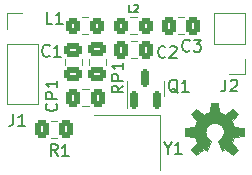
<source format=gbr>
%TF.GenerationSoftware,KiCad,Pcbnew,(6.0.4)*%
%TF.CreationDate,2022-07-15T22:25:20+03:00*%
%TF.ProjectId,Basic-150-MHz-Telemetry-Transmitter-SMD,42617369-632d-4313-9530-2d4d487a2d54,rev?*%
%TF.SameCoordinates,Original*%
%TF.FileFunction,Legend,Top*%
%TF.FilePolarity,Positive*%
%FSLAX46Y46*%
G04 Gerber Fmt 4.6, Leading zero omitted, Abs format (unit mm)*
G04 Created by KiCad (PCBNEW (6.0.4)) date 2022-07-15 22:25:20*
%MOMM*%
%LPD*%
G01*
G04 APERTURE LIST*
G04 Aperture macros list*
%AMRoundRect*
0 Rectangle with rounded corners*
0 $1 Rounding radius*
0 $2 $3 $4 $5 $6 $7 $8 $9 X,Y pos of 4 corners*
0 Add a 4 corners polygon primitive as box body*
4,1,4,$2,$3,$4,$5,$6,$7,$8,$9,$2,$3,0*
0 Add four circle primitives for the rounded corners*
1,1,$1+$1,$2,$3*
1,1,$1+$1,$4,$5*
1,1,$1+$1,$6,$7*
1,1,$1+$1,$8,$9*
0 Add four rect primitives between the rounded corners*
20,1,$1+$1,$2,$3,$4,$5,0*
20,1,$1+$1,$4,$5,$6,$7,0*
20,1,$1+$1,$6,$7,$8,$9,0*
20,1,$1+$1,$8,$9,$2,$3,0*%
G04 Aperture macros list end*
%ADD10C,0.150000*%
%ADD11C,0.010000*%
%ADD12C,0.120000*%
%ADD13R,2.100000X1.800000*%
%ADD14RoundRect,0.250000X-0.475000X0.337500X-0.475000X-0.337500X0.475000X-0.337500X0.475000X0.337500X0*%
%ADD15RoundRect,0.250000X-0.325000X-0.450000X0.325000X-0.450000X0.325000X0.450000X-0.325000X0.450000X0*%
%ADD16RoundRect,0.250000X-0.337500X-0.475000X0.337500X-0.475000X0.337500X0.475000X-0.337500X0.475000X0*%
%ADD17RoundRect,0.150000X0.150000X-0.587500X0.150000X0.587500X-0.150000X0.587500X-0.150000X-0.587500X0*%
%ADD18R,1.700000X1.700000*%
%ADD19O,1.700000X1.700000*%
%ADD20RoundRect,0.250000X0.337500X0.475000X-0.337500X0.475000X-0.337500X-0.475000X0.337500X-0.475000X0*%
%ADD21RoundRect,0.250000X0.475000X-0.337500X0.475000X0.337500X-0.475000X0.337500X-0.475000X-0.337500X0*%
G04 APERTURE END LIST*
D10*
%TO.C,*%
%TO.C,Y1*%
X54546659Y-52454890D02*
X54546659Y-52931080D01*
X54213326Y-51931080D02*
X54546659Y-52454890D01*
X54879992Y-51931080D01*
X55737135Y-52931080D02*
X55165707Y-52931080D01*
X55451421Y-52931080D02*
X55451421Y-51931080D01*
X55356183Y-52073938D01*
X55260945Y-52169176D01*
X55165707Y-52216795D01*
%TO.C,RP1*%
X50801630Y-47176366D02*
X50325440Y-47509700D01*
X50801630Y-47747795D02*
X49801630Y-47747795D01*
X49801630Y-47366842D01*
X49849250Y-47271604D01*
X49896869Y-47223985D01*
X49992107Y-47176366D01*
X50134964Y-47176366D01*
X50230202Y-47223985D01*
X50277821Y-47271604D01*
X50325440Y-47366842D01*
X50325440Y-47747795D01*
X50801630Y-46747795D02*
X49801630Y-46747795D01*
X49801630Y-46366842D01*
X49849250Y-46271604D01*
X49896869Y-46223985D01*
X49992107Y-46176366D01*
X50134964Y-46176366D01*
X50230202Y-46223985D01*
X50277821Y-46271604D01*
X50325440Y-46366842D01*
X50325440Y-46747795D01*
X50801630Y-45223985D02*
X50801630Y-45795414D01*
X50801630Y-45509700D02*
X49801630Y-45509700D01*
X49944488Y-45604938D01*
X50039726Y-45700176D01*
X50087345Y-45795414D01*
%TO.C,L1*%
X44791333Y-41930580D02*
X44315142Y-41930580D01*
X44315142Y-40930580D01*
X45648476Y-41930580D02*
X45077047Y-41930580D01*
X45362761Y-41930580D02*
X45362761Y-40930580D01*
X45267523Y-41073438D01*
X45172285Y-41168676D01*
X45077047Y-41216295D01*
%TO.C,C3*%
X56399133Y-44197542D02*
X56351514Y-44245161D01*
X56208657Y-44292780D01*
X56113419Y-44292780D01*
X55970561Y-44245161D01*
X55875323Y-44149923D01*
X55827704Y-44054685D01*
X55780085Y-43864209D01*
X55780085Y-43721352D01*
X55827704Y-43530876D01*
X55875323Y-43435638D01*
X55970561Y-43340400D01*
X56113419Y-43292780D01*
X56208657Y-43292780D01*
X56351514Y-43340400D01*
X56399133Y-43388019D01*
X56732466Y-43292780D02*
X57351514Y-43292780D01*
X57018180Y-43673733D01*
X57161038Y-43673733D01*
X57256276Y-43721352D01*
X57303895Y-43768971D01*
X57351514Y-43864209D01*
X57351514Y-44102304D01*
X57303895Y-44197542D01*
X57256276Y-44245161D01*
X57161038Y-44292780D01*
X56875323Y-44292780D01*
X56780085Y-44245161D01*
X56732466Y-44197542D01*
%TO.C,Q1*%
X55410211Y-47768519D02*
X55314973Y-47720900D01*
X55219735Y-47625661D01*
X55076878Y-47482804D01*
X54981640Y-47435185D01*
X54886402Y-47435185D01*
X54934021Y-47673280D02*
X54838783Y-47625661D01*
X54743545Y-47530423D01*
X54695926Y-47339947D01*
X54695926Y-47006614D01*
X54743545Y-46816138D01*
X54838783Y-46720900D01*
X54934021Y-46673280D01*
X55124497Y-46673280D01*
X55219735Y-46720900D01*
X55314973Y-46816138D01*
X55362592Y-47006614D01*
X55362592Y-47339947D01*
X55314973Y-47530423D01*
X55219735Y-47625661D01*
X55124497Y-47673280D01*
X54934021Y-47673280D01*
X56314973Y-47673280D02*
X55743545Y-47673280D01*
X56029259Y-47673280D02*
X56029259Y-46673280D01*
X55934021Y-46816138D01*
X55838783Y-46911376D01*
X55743545Y-46958995D01*
%TO.C,R1*%
X45223133Y-53131980D02*
X44889800Y-52655790D01*
X44651704Y-53131980D02*
X44651704Y-52131980D01*
X45032657Y-52131980D01*
X45127895Y-52179600D01*
X45175514Y-52227219D01*
X45223133Y-52322457D01*
X45223133Y-52465314D01*
X45175514Y-52560552D01*
X45127895Y-52608171D01*
X45032657Y-52655790D01*
X44651704Y-52655790D01*
X46175514Y-53131980D02*
X45604085Y-53131980D01*
X45889800Y-53131980D02*
X45889800Y-52131980D01*
X45794561Y-52274838D01*
X45699323Y-52370076D01*
X45604085Y-52417695D01*
%TO.C,J1*%
X41475066Y-49566580D02*
X41475066Y-50280866D01*
X41427447Y-50423723D01*
X41332209Y-50518961D01*
X41189352Y-50566580D01*
X41094114Y-50566580D01*
X42475066Y-50566580D02*
X41903638Y-50566580D01*
X42189352Y-50566580D02*
X42189352Y-49566580D01*
X42094114Y-49709438D01*
X41998876Y-49804676D01*
X41903638Y-49852295D01*
%TO.C,C2*%
X54348183Y-44733242D02*
X54300564Y-44780861D01*
X54157707Y-44828480D01*
X54062469Y-44828480D01*
X53919611Y-44780861D01*
X53824373Y-44685623D01*
X53776754Y-44590385D01*
X53729135Y-44399909D01*
X53729135Y-44257052D01*
X53776754Y-44066576D01*
X53824373Y-43971338D01*
X53919611Y-43876100D01*
X54062469Y-43828480D01*
X54157707Y-43828480D01*
X54300564Y-43876100D01*
X54348183Y-43923719D01*
X54729135Y-43923719D02*
X54776754Y-43876100D01*
X54871992Y-43828480D01*
X55110088Y-43828480D01*
X55205326Y-43876100D01*
X55252945Y-43923719D01*
X55300564Y-44018957D01*
X55300564Y-44114195D01*
X55252945Y-44257052D01*
X54681516Y-44828480D01*
X55300564Y-44828480D01*
%TO.C,CP1*%
X45118392Y-48700366D02*
X45166011Y-48747985D01*
X45213630Y-48890842D01*
X45213630Y-48986080D01*
X45166011Y-49128938D01*
X45070773Y-49224176D01*
X44975535Y-49271795D01*
X44785059Y-49319414D01*
X44642202Y-49319414D01*
X44451726Y-49271795D01*
X44356488Y-49224176D01*
X44261250Y-49128938D01*
X44213630Y-48986080D01*
X44213630Y-48890842D01*
X44261250Y-48747985D01*
X44308869Y-48700366D01*
X45213630Y-48271795D02*
X44213630Y-48271795D01*
X44213630Y-47890842D01*
X44261250Y-47795604D01*
X44308869Y-47747985D01*
X44404107Y-47700366D01*
X44546964Y-47700366D01*
X44642202Y-47747985D01*
X44689821Y-47795604D01*
X44737440Y-47890842D01*
X44737440Y-48271795D01*
X45213630Y-46747985D02*
X45213630Y-47319414D01*
X45213630Y-47033700D02*
X44213630Y-47033700D01*
X44356488Y-47128938D01*
X44451726Y-47224176D01*
X44499345Y-47319414D01*
%TO.C,J2*%
X59439316Y-46666480D02*
X59439316Y-47380766D01*
X59391697Y-47523623D01*
X59296459Y-47618861D01*
X59153602Y-47666480D01*
X59058364Y-47666480D01*
X59867888Y-46761719D02*
X59915507Y-46714100D01*
X60010745Y-46666480D01*
X60248840Y-46666480D01*
X60344078Y-46714100D01*
X60391697Y-46761719D01*
X60439316Y-46856957D01*
X60439316Y-46952195D01*
X60391697Y-47095052D01*
X59820269Y-47666480D01*
X60439316Y-47666480D01*
%TO.C,C1*%
X44543783Y-44631642D02*
X44496164Y-44679261D01*
X44353307Y-44726880D01*
X44258069Y-44726880D01*
X44115211Y-44679261D01*
X44019973Y-44584023D01*
X43972354Y-44488785D01*
X43924735Y-44298309D01*
X43924735Y-44155452D01*
X43972354Y-43964976D01*
X44019973Y-43869738D01*
X44115211Y-43774500D01*
X44258069Y-43726880D01*
X44353307Y-43726880D01*
X44496164Y-43774500D01*
X44543783Y-43822119D01*
X45496164Y-44726880D02*
X44924735Y-44726880D01*
X45210450Y-44726880D02*
X45210450Y-43726880D01*
X45115211Y-43869738D01*
X45019973Y-43964976D01*
X44924735Y-44012595D01*
%TO.C,L2*%
X51553650Y-40911428D02*
X51267935Y-40911428D01*
X51267935Y-40311428D01*
X51725078Y-40368571D02*
X51753650Y-40340000D01*
X51810792Y-40311428D01*
X51953650Y-40311428D01*
X52010792Y-40340000D01*
X52039364Y-40368571D01*
X52067935Y-40425714D01*
X52067935Y-40482857D01*
X52039364Y-40568571D01*
X51696507Y-40911428D01*
X52067935Y-40911428D01*
%TO.C,*%
G36*
X58907680Y-49430940D02*
G01*
X59176920Y-49517300D01*
X59430920Y-49649380D01*
X60058300Y-49136300D01*
X60490100Y-49568100D01*
X59977020Y-50195480D01*
X60109100Y-50449480D01*
X60195460Y-50718720D01*
X61000640Y-50802540D01*
X61000640Y-51407060D01*
X60195460Y-51490880D01*
X60109100Y-51760120D01*
X59977020Y-52014120D01*
X60490100Y-52641500D01*
X60058300Y-53073300D01*
X59430920Y-52560220D01*
X59176920Y-52692300D01*
X58818780Y-51826160D01*
X58961020Y-51749960D01*
X59082940Y-51645820D01*
X59182000Y-51518820D01*
X59253120Y-51374040D01*
X59293760Y-51219100D01*
X59301380Y-51061620D01*
X59275980Y-50904140D01*
X59217560Y-50754280D01*
X59131200Y-50619660D01*
X59019440Y-50505360D01*
X58884820Y-50416460D01*
X58737500Y-50355500D01*
X58577480Y-50327560D01*
X58420000Y-50332640D01*
X58265060Y-50368200D01*
X58120280Y-50436780D01*
X57990740Y-50533300D01*
X57886600Y-50655220D01*
X57807860Y-50792380D01*
X57757060Y-50947320D01*
X57741820Y-51104800D01*
X57757060Y-51257200D01*
X57800240Y-51401980D01*
X57873900Y-51536600D01*
X57970420Y-51655980D01*
X58089800Y-51752500D01*
X58224420Y-51826160D01*
X57866280Y-52692300D01*
X57612280Y-52560220D01*
X56984900Y-53073300D01*
X56553100Y-52641500D01*
X57066180Y-52014120D01*
X56934100Y-51760120D01*
X56847740Y-51490880D01*
X56042560Y-51407060D01*
X56042560Y-50802540D01*
X56847740Y-50718720D01*
X56934100Y-50449480D01*
X57066180Y-50195480D01*
X56553100Y-49568100D01*
X56984900Y-49136300D01*
X57612280Y-49649380D01*
X57866280Y-49517300D01*
X58135520Y-49430940D01*
X58219340Y-48625760D01*
X58823860Y-48625760D01*
X58907680Y-49430940D01*
G37*
D11*
X58907680Y-49430940D02*
X59176920Y-49517300D01*
X59430920Y-49649380D01*
X60058300Y-49136300D01*
X60490100Y-49568100D01*
X59977020Y-50195480D01*
X60109100Y-50449480D01*
X60195460Y-50718720D01*
X61000640Y-50802540D01*
X61000640Y-51407060D01*
X60195460Y-51490880D01*
X60109100Y-51760120D01*
X59977020Y-52014120D01*
X60490100Y-52641500D01*
X60058300Y-53073300D01*
X59430920Y-52560220D01*
X59176920Y-52692300D01*
X58818780Y-51826160D01*
X58961020Y-51749960D01*
X59082940Y-51645820D01*
X59182000Y-51518820D01*
X59253120Y-51374040D01*
X59293760Y-51219100D01*
X59301380Y-51061620D01*
X59275980Y-50904140D01*
X59217560Y-50754280D01*
X59131200Y-50619660D01*
X59019440Y-50505360D01*
X58884820Y-50416460D01*
X58737500Y-50355500D01*
X58577480Y-50327560D01*
X58420000Y-50332640D01*
X58265060Y-50368200D01*
X58120280Y-50436780D01*
X57990740Y-50533300D01*
X57886600Y-50655220D01*
X57807860Y-50792380D01*
X57757060Y-50947320D01*
X57741820Y-51104800D01*
X57757060Y-51257200D01*
X57800240Y-51401980D01*
X57873900Y-51536600D01*
X57970420Y-51655980D01*
X58089800Y-51752500D01*
X58224420Y-51826160D01*
X57866280Y-52692300D01*
X57612280Y-52560220D01*
X56984900Y-53073300D01*
X56553100Y-52641500D01*
X57066180Y-52014120D01*
X56934100Y-51760120D01*
X56847740Y-51490880D01*
X56042560Y-51407060D01*
X56042560Y-50802540D01*
X56847740Y-50718720D01*
X56934100Y-50449480D01*
X57066180Y-50195480D01*
X56553100Y-49568100D01*
X56984900Y-49136300D01*
X57612280Y-49649380D01*
X57866280Y-49517300D01*
X58135520Y-49430940D01*
X58219340Y-48625760D01*
X58823860Y-48625760D01*
X58907680Y-49430940D01*
D12*
%TO.C,Y1*%
X53910650Y-54326100D02*
X53910650Y-49626100D01*
X53910650Y-49626100D02*
X48310650Y-49626100D01*
%TO.C,RP1*%
X47861650Y-44876848D02*
X47861650Y-45399352D01*
X49331650Y-44876848D02*
X49331650Y-45399352D01*
%TO.C,L1*%
X47310398Y-42800100D02*
X47832902Y-42800100D01*
X47310398Y-41380100D02*
X47832902Y-41380100D01*
%TO.C,C3*%
X55425898Y-41355100D02*
X55948402Y-41355100D01*
X55425898Y-42825100D02*
X55948402Y-42825100D01*
%TO.C,Q1*%
X51100650Y-47424100D02*
X51100650Y-46774100D01*
X54220650Y-47424100D02*
X54220650Y-48074100D01*
X54220650Y-47424100D02*
X54220650Y-46774100D01*
X51100650Y-47424100D02*
X51100650Y-49099100D01*
%TO.C,R1*%
X44652398Y-51613500D02*
X45174902Y-51613500D01*
X44652398Y-50143500D02*
X45174902Y-50143500D01*
%TO.C,J1*%
X40916650Y-43629100D02*
X43576650Y-43629100D01*
X43576650Y-43629100D02*
X43576650Y-48769100D01*
X40916650Y-41029100D02*
X42246650Y-41029100D01*
X40916650Y-48769100D02*
X43576650Y-48769100D01*
X40916650Y-42359100D02*
X40916650Y-41029100D01*
X40916650Y-43629100D02*
X40916650Y-48769100D01*
%TO.C,C2*%
X51927402Y-44857100D02*
X51404898Y-44857100D01*
X51927402Y-43387100D02*
X51404898Y-43387100D01*
%TO.C,CP1*%
X47841902Y-47451100D02*
X47319398Y-47451100D01*
X47841902Y-48921100D02*
X47319398Y-48921100D01*
%TO.C,J2*%
X61102650Y-43614100D02*
X58442650Y-43614100D01*
X61102650Y-44884100D02*
X61102650Y-46214100D01*
X61102650Y-41014100D02*
X58442650Y-41014100D01*
X61102650Y-43614100D02*
X61102650Y-41014100D01*
X61102650Y-46214100D02*
X59772650Y-46214100D01*
X58442650Y-43614100D02*
X58442650Y-41014100D01*
%TO.C,C1*%
X45829650Y-45420852D02*
X45829650Y-44898348D01*
X47299650Y-45420852D02*
X47299650Y-44898348D01*
%TO.C,L2*%
X51392398Y-41380100D02*
X51914902Y-41380100D01*
X51392398Y-42800100D02*
X51914902Y-42800100D01*
%TD*%
%LPC*%
D13*
%TO.C,Y1*%
X52660650Y-50726100D03*
X49560650Y-50726100D03*
X49560650Y-53226100D03*
X52660650Y-53226100D03*
%TD*%
D14*
%TO.C,RP1*%
X48596650Y-44100600D03*
X48596650Y-46175600D03*
%TD*%
D15*
%TO.C,L1*%
X46546650Y-42090100D03*
X48596650Y-42090100D03*
%TD*%
D16*
%TO.C,C3*%
X54649650Y-42090100D03*
X56724650Y-42090100D03*
%TD*%
D17*
%TO.C,Q1*%
X51710650Y-48361600D03*
X53610650Y-48361600D03*
X52660650Y-46486600D03*
%TD*%
D16*
%TO.C,R1*%
X43876150Y-50878500D03*
X45951150Y-50878500D03*
%TD*%
D18*
%TO.C,J1*%
X42246650Y-42359100D03*
D19*
X42246650Y-44899100D03*
X42246650Y-47439100D03*
%TD*%
D20*
%TO.C,C2*%
X52703650Y-44122100D03*
X50628650Y-44122100D03*
%TD*%
%TO.C,CP1*%
X48618150Y-48186100D03*
X46543150Y-48186100D03*
%TD*%
D18*
%TO.C,J2*%
X59772650Y-44884100D03*
D19*
X59772650Y-42344100D03*
%TD*%
D21*
%TO.C,C1*%
X46564650Y-46197100D03*
X46564650Y-44122100D03*
%TD*%
D15*
%TO.C,L2*%
X50628650Y-42090100D03*
X52678650Y-42090100D03*
%TD*%
M02*

</source>
